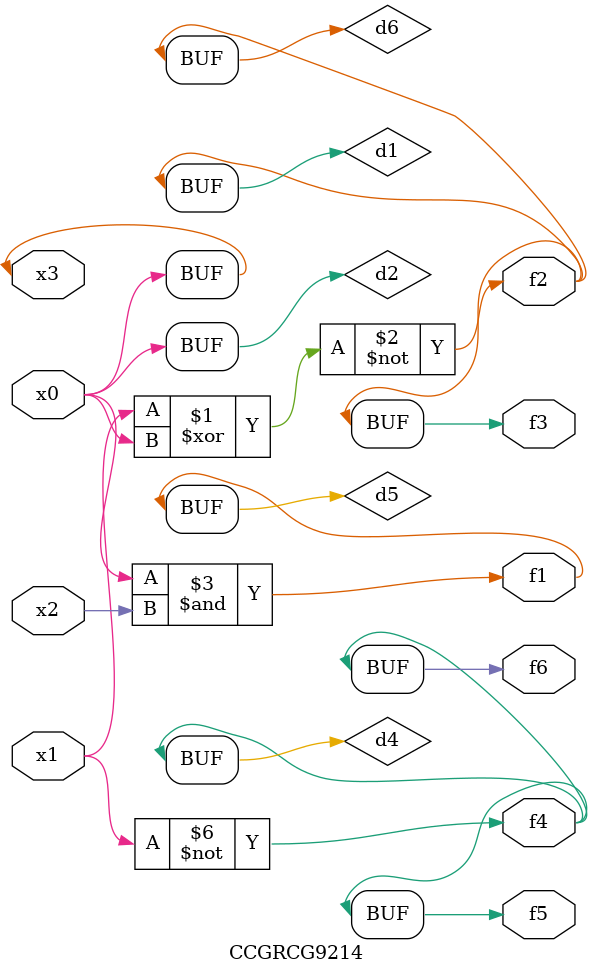
<source format=v>
module CCGRCG9214(
	input x0, x1, x2, x3,
	output f1, f2, f3, f4, f5, f6
);

	wire d1, d2, d3, d4, d5, d6;

	xnor (d1, x1, x3);
	buf (d2, x0, x3);
	nand (d3, x0, x2);
	not (d4, x1);
	nand (d5, d3);
	or (d6, d1);
	assign f1 = d5;
	assign f2 = d6;
	assign f3 = d6;
	assign f4 = d4;
	assign f5 = d4;
	assign f6 = d4;
endmodule

</source>
